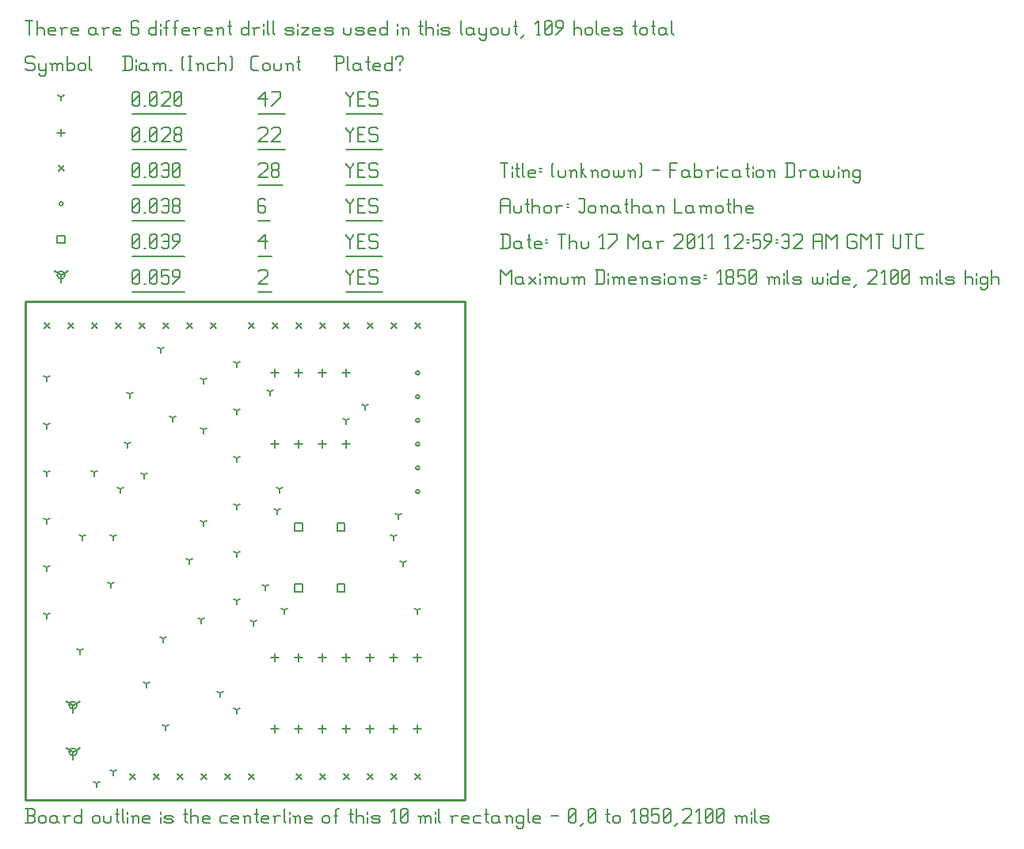
<source format=gbr>
G04 start of page 10 for group -3984 idx -3984 *
G04 Title: (unknown), fab *
G04 Creator: pcb 20091103 *
G04 CreationDate: Thu 17 Mar 2011 12:59:32 AM GMT UTC *
G04 For: jlamothe *
G04 Format: Gerber/RS-274X *
G04 PCB-Dimensions: 185000 210000 *
G04 PCB-Coordinate-Origin: lower left *
%MOIN*%
%FSLAX25Y25*%
%LNFAB*%
%ADD11C,0.0200*%
%ADD12C,0.0100*%
%ADD34R,0.0080X0.0080*%
%ADD35C,0.0060*%
G54D34*X20000Y40000D02*Y36800D01*
G54D11*G36*
X19453Y40147D02*X22919Y42147D01*
X23319Y41454D01*
X19853Y39454D01*
X19453Y40147D01*
G37*
G36*
X20146Y39454D02*X16680Y41454D01*
X17080Y42147D01*
X20546Y40147D01*
X20146Y39454D01*
G37*
G54D34*X18400Y40000D02*G75*G03X21600Y40000I1600J0D01*G01*
G75*G03X18400Y40000I-1600J0D01*G01*
X20000Y20315D02*Y17115D01*
G54D11*G36*
X19453Y20462D02*X22919Y22462D01*
X23319Y21769D01*
X19853Y19769D01*
X19453Y20462D01*
G37*
G36*
X20146Y19769D02*X16680Y21769D01*
X17080Y22462D01*
X20546Y20462D01*
X20146Y19769D01*
G37*
G54D34*X18400Y20315D02*G75*G03X21600Y20315I1600J0D01*G01*
G75*G03X18400Y20315I-1600J0D01*G01*
X15000Y221250D02*Y218050D01*
G54D11*G36*
X14453Y221396D02*X17919Y223396D01*
X18319Y222703D01*
X14853Y220703D01*
X14453Y221396D01*
G37*
G36*
X15146Y220703D02*X11680Y222703D01*
X12080Y223396D01*
X15546Y221396D01*
X15146Y220703D01*
G37*
G54D34*X13400Y221250D02*G75*G03X16600Y221250I1600J0D01*G01*
G75*G03X13400Y221250I-1600J0D01*G01*
G54D35*X135000Y223500D02*Y222750D01*
X136500Y221250D01*
X138000Y222750D01*
Y223500D02*Y222750D01*
X136500Y221250D02*Y217500D01*
X139801Y220500D02*X142051D01*
X139801Y217500D02*X142801D01*
X139801Y223500D02*Y217500D01*
Y223500D02*X142801D01*
X147603D02*X148353Y222750D01*
X145353Y223500D02*X147603D01*
X144603Y222750D02*X145353Y223500D01*
X144603Y222750D02*Y221250D01*
X145353Y220500D01*
X147603D01*
X148353Y219750D01*
Y218250D01*
X147603Y217500D02*X148353Y218250D01*
X145353Y217500D02*X147603D01*
X144603Y218250D02*X145353Y217500D01*
X135000Y214249D02*X150154D01*
X98000Y222750D02*X98750Y223500D01*
X101000D01*
X101750Y222750D01*
Y221250D01*
X98000Y217500D02*X101750Y221250D01*
X98000Y217500D02*X101750D01*
X98000Y214249D02*X103551D01*
X45000Y218250D02*X45750Y217500D01*
X45000Y222750D02*Y218250D01*
Y222750D02*X45750Y223500D01*
X47250D01*
X48000Y222750D01*
Y218250D01*
X47250Y217500D02*X48000Y218250D01*
X45750Y217500D02*X47250D01*
X45000Y219000D02*X48000Y222000D01*
X49801Y217500D02*X50551D01*
X52353Y218250D02*X53103Y217500D01*
X52353Y222750D02*Y218250D01*
Y222750D02*X53103Y223500D01*
X54603D01*
X55353Y222750D01*
Y218250D01*
X54603Y217500D02*X55353Y218250D01*
X53103Y217500D02*X54603D01*
X52353Y219000D02*X55353Y222000D01*
X57154Y223500D02*X60154D01*
X57154D02*Y220500D01*
X57904Y221250D01*
X59404D01*
X60154Y220500D01*
Y218250D01*
X59404Y217500D02*X60154Y218250D01*
X57904Y217500D02*X59404D01*
X57154Y218250D02*X57904Y217500D01*
X61956D02*X64956Y220500D01*
Y222750D02*Y220500D01*
X64206Y223500D02*X64956Y222750D01*
X62706Y223500D02*X64206D01*
X61956Y222750D02*X62706Y223500D01*
X61956Y222750D02*Y221250D01*
X62706Y220500D01*
X64956D01*
X45000Y214249D02*X66757D01*
X113400Y91010D02*X116600D01*
X113400D02*Y87810D01*
X116600D01*
Y91010D02*Y87810D01*
X113400Y116600D02*X116600D01*
X113400D02*Y113400D01*
X116600D01*
Y116600D02*Y113400D01*
X131117Y116600D02*X134317D01*
X131117D02*Y113400D01*
X134317D01*
Y116600D02*Y113400D01*
X131117Y91010D02*X134317D01*
X131117D02*Y87810D01*
X134317D01*
Y91010D02*Y87810D01*
X13400Y237850D02*X16600D01*
X13400D02*Y234650D01*
X16600D01*
Y237850D02*Y234650D01*
X135000Y238500D02*Y237750D01*
X136500Y236250D01*
X138000Y237750D01*
Y238500D02*Y237750D01*
X136500Y236250D02*Y232500D01*
X139801Y235500D02*X142051D01*
X139801Y232500D02*X142801D01*
X139801Y238500D02*Y232500D01*
Y238500D02*X142801D01*
X147603D02*X148353Y237750D01*
X145353Y238500D02*X147603D01*
X144603Y237750D02*X145353Y238500D01*
X144603Y237750D02*Y236250D01*
X145353Y235500D01*
X147603D01*
X148353Y234750D01*
Y233250D01*
X147603Y232500D02*X148353Y233250D01*
X145353Y232500D02*X147603D01*
X144603Y233250D02*X145353Y232500D01*
X135000Y229249D02*X150154D01*
X98000Y235500D02*X101000Y238500D01*
X98000Y235500D02*X101750D01*
X101000Y238500D02*Y232500D01*
X98000Y229249D02*X103551D01*
X45000Y233250D02*X45750Y232500D01*
X45000Y237750D02*Y233250D01*
Y237750D02*X45750Y238500D01*
X47250D01*
X48000Y237750D01*
Y233250D01*
X47250Y232500D02*X48000Y233250D01*
X45750Y232500D02*X47250D01*
X45000Y234000D02*X48000Y237000D01*
X49801Y232500D02*X50551D01*
X52353Y233250D02*X53103Y232500D01*
X52353Y237750D02*Y233250D01*
Y237750D02*X53103Y238500D01*
X54603D01*
X55353Y237750D01*
Y233250D01*
X54603Y232500D02*X55353Y233250D01*
X53103Y232500D02*X54603D01*
X52353Y234000D02*X55353Y237000D01*
X57154Y237750D02*X57904Y238500D01*
X59404D01*
X60154Y237750D01*
Y233250D01*
X59404Y232500D02*X60154Y233250D01*
X57904Y232500D02*X59404D01*
X57154Y233250D02*X57904Y232500D01*
Y235500D02*X60154D01*
X61956Y232500D02*X64956Y235500D01*
Y237750D02*Y235500D01*
X64206Y238500D02*X64956Y237750D01*
X62706Y238500D02*X64206D01*
X61956Y237750D02*X62706Y238500D01*
X61956Y237750D02*Y236250D01*
X62706Y235500D01*
X64956D01*
X45000Y229249D02*X66757D01*
X164200Y180000D02*G75*G03X165800Y180000I800J0D01*G01*
G75*G03X164200Y180000I-800J0D01*G01*
Y170000D02*G75*G03X165800Y170000I800J0D01*G01*
G75*G03X164200Y170000I-800J0D01*G01*
Y160000D02*G75*G03X165800Y160000I800J0D01*G01*
G75*G03X164200Y160000I-800J0D01*G01*
Y150000D02*G75*G03X165800Y150000I800J0D01*G01*
G75*G03X164200Y150000I-800J0D01*G01*
Y140000D02*G75*G03X165800Y140000I800J0D01*G01*
G75*G03X164200Y140000I-800J0D01*G01*
Y130000D02*G75*G03X165800Y130000I800J0D01*G01*
G75*G03X164200Y130000I-800J0D01*G01*
X14200Y251250D02*G75*G03X15800Y251250I800J0D01*G01*
G75*G03X14200Y251250I-800J0D01*G01*
X135000Y253500D02*Y252750D01*
X136500Y251250D01*
X138000Y252750D01*
Y253500D02*Y252750D01*
X136500Y251250D02*Y247500D01*
X139801Y250500D02*X142051D01*
X139801Y247500D02*X142801D01*
X139801Y253500D02*Y247500D01*
Y253500D02*X142801D01*
X147603D02*X148353Y252750D01*
X145353Y253500D02*X147603D01*
X144603Y252750D02*X145353Y253500D01*
X144603Y252750D02*Y251250D01*
X145353Y250500D01*
X147603D01*
X148353Y249750D01*
Y248250D01*
X147603Y247500D02*X148353Y248250D01*
X145353Y247500D02*X147603D01*
X144603Y248250D02*X145353Y247500D01*
X135000Y244249D02*X150154D01*
X100250Y253500D02*X101000Y252750D01*
X98750Y253500D02*X100250D01*
X98000Y252750D02*X98750Y253500D01*
X98000Y252750D02*Y248250D01*
X98750Y247500D01*
X100250Y250500D02*X101000Y249750D01*
X98000Y250500D02*X100250D01*
X98750Y247500D02*X100250D01*
X101000Y248250D01*
Y249750D02*Y248250D01*
X98000Y244249D02*X102801D01*
X45000Y248250D02*X45750Y247500D01*
X45000Y252750D02*Y248250D01*
Y252750D02*X45750Y253500D01*
X47250D01*
X48000Y252750D01*
Y248250D01*
X47250Y247500D02*X48000Y248250D01*
X45750Y247500D02*X47250D01*
X45000Y249000D02*X48000Y252000D01*
X49801Y247500D02*X50551D01*
X52353Y248250D02*X53103Y247500D01*
X52353Y252750D02*Y248250D01*
Y252750D02*X53103Y253500D01*
X54603D01*
X55353Y252750D01*
Y248250D01*
X54603Y247500D02*X55353Y248250D01*
X53103Y247500D02*X54603D01*
X52353Y249000D02*X55353Y252000D01*
X57154Y252750D02*X57904Y253500D01*
X59404D01*
X60154Y252750D01*
Y248250D01*
X59404Y247500D02*X60154Y248250D01*
X57904Y247500D02*X59404D01*
X57154Y248250D02*X57904Y247500D01*
Y250500D02*X60154D01*
X61956Y248250D02*X62706Y247500D01*
X61956Y249750D02*Y248250D01*
Y249750D02*X62706Y250500D01*
X64206D01*
X64956Y249750D01*
Y248250D01*
X64206Y247500D02*X64956Y248250D01*
X62706Y247500D02*X64206D01*
X61956Y251250D02*X62706Y250500D01*
X61956Y252750D02*Y251250D01*
Y252750D02*X62706Y253500D01*
X64206D01*
X64956Y252750D01*
Y251250D01*
X64206Y250500D02*X64956Y251250D01*
X45000Y244249D02*X66757D01*
X163800Y11200D02*X166200Y8800D01*
X163800D02*X166200Y11200D01*
X153800D02*X156200Y8800D01*
X153800D02*X156200Y11200D01*
X143800D02*X146200Y8800D01*
X143800D02*X146200Y11200D01*
X133800D02*X136200Y8800D01*
X133800D02*X136200Y11200D01*
X123800D02*X126200Y8800D01*
X123800D02*X126200Y11200D01*
X113800D02*X116200Y8800D01*
X113800D02*X116200Y11200D01*
X93800D02*X96200Y8800D01*
X93800D02*X96200Y11200D01*
X83800D02*X86200Y8800D01*
X83800D02*X86200Y11200D01*
X73800D02*X76200Y8800D01*
X73800D02*X76200Y11200D01*
X63800D02*X66200Y8800D01*
X63800D02*X66200Y11200D01*
X53800D02*X56200Y8800D01*
X53800D02*X56200Y11200D01*
X43800D02*X46200Y8800D01*
X43800D02*X46200Y11200D01*
X163800Y201200D02*X166200Y198800D01*
X163800D02*X166200Y201200D01*
X153800D02*X156200Y198800D01*
X153800D02*X156200Y201200D01*
X143800D02*X146200Y198800D01*
X143800D02*X146200Y201200D01*
X133800D02*X136200Y198800D01*
X133800D02*X136200Y201200D01*
X123800D02*X126200Y198800D01*
X123800D02*X126200Y201200D01*
X113800D02*X116200Y198800D01*
X113800D02*X116200Y201200D01*
X103800D02*X106200Y198800D01*
X103800D02*X106200Y201200D01*
X93800D02*X96200Y198800D01*
X93800D02*X96200Y201200D01*
X77800D02*X80200Y198800D01*
X77800D02*X80200Y201200D01*
X67800D02*X70200Y198800D01*
X67800D02*X70200Y201200D01*
X57800D02*X60200Y198800D01*
X57800D02*X60200Y201200D01*
X47800D02*X50200Y198800D01*
X47800D02*X50200Y201200D01*
X37800D02*X40200Y198800D01*
X37800D02*X40200Y201200D01*
X27800D02*X30200Y198800D01*
X27800D02*X30200Y201200D01*
X17800D02*X20200Y198800D01*
X17800D02*X20200Y201200D01*
X7800D02*X10200Y198800D01*
X7800D02*X10200Y201200D01*
X13800Y267450D02*X16200Y265050D01*
X13800D02*X16200Y267450D01*
X135000Y268500D02*Y267750D01*
X136500Y266250D01*
X138000Y267750D01*
Y268500D02*Y267750D01*
X136500Y266250D02*Y262500D01*
X139801Y265500D02*X142051D01*
X139801Y262500D02*X142801D01*
X139801Y268500D02*Y262500D01*
Y268500D02*X142801D01*
X147603D02*X148353Y267750D01*
X145353Y268500D02*X147603D01*
X144603Y267750D02*X145353Y268500D01*
X144603Y267750D02*Y266250D01*
X145353Y265500D01*
X147603D01*
X148353Y264750D01*
Y263250D01*
X147603Y262500D02*X148353Y263250D01*
X145353Y262500D02*X147603D01*
X144603Y263250D02*X145353Y262500D01*
X135000Y259249D02*X150154D01*
X98000Y267750D02*X98750Y268500D01*
X101000D01*
X101750Y267750D01*
Y266250D01*
X98000Y262500D02*X101750Y266250D01*
X98000Y262500D02*X101750D01*
X103551Y263250D02*X104301Y262500D01*
X103551Y264750D02*Y263250D01*
Y264750D02*X104301Y265500D01*
X105801D01*
X106551Y264750D01*
Y263250D01*
X105801Y262500D02*X106551Y263250D01*
X104301Y262500D02*X105801D01*
X103551Y266250D02*X104301Y265500D01*
X103551Y267750D02*Y266250D01*
Y267750D02*X104301Y268500D01*
X105801D01*
X106551Y267750D01*
Y266250D01*
X105801Y265500D02*X106551Y266250D01*
X98000Y259249D02*X108353D01*
X45000Y263250D02*X45750Y262500D01*
X45000Y267750D02*Y263250D01*
Y267750D02*X45750Y268500D01*
X47250D01*
X48000Y267750D01*
Y263250D01*
X47250Y262500D02*X48000Y263250D01*
X45750Y262500D02*X47250D01*
X45000Y264000D02*X48000Y267000D01*
X49801Y262500D02*X50551D01*
X52353Y263250D02*X53103Y262500D01*
X52353Y267750D02*Y263250D01*
Y267750D02*X53103Y268500D01*
X54603D01*
X55353Y267750D01*
Y263250D01*
X54603Y262500D02*X55353Y263250D01*
X53103Y262500D02*X54603D01*
X52353Y264000D02*X55353Y267000D01*
X57154Y267750D02*X57904Y268500D01*
X59404D01*
X60154Y267750D01*
Y263250D01*
X59404Y262500D02*X60154Y263250D01*
X57904Y262500D02*X59404D01*
X57154Y263250D02*X57904Y262500D01*
Y265500D02*X60154D01*
X61956Y263250D02*X62706Y262500D01*
X61956Y267750D02*Y263250D01*
Y267750D02*X62706Y268500D01*
X64206D01*
X64956Y267750D01*
Y263250D01*
X64206Y262500D02*X64956Y263250D01*
X62706Y262500D02*X64206D01*
X61956Y264000D02*X64956Y267000D01*
X45000Y259249D02*X66757D01*
X105000Y31600D02*Y28400D01*
X103400Y30000D02*X106600D01*
X115000Y31600D02*Y28400D01*
X113400Y30000D02*X116600D01*
X125000Y31600D02*Y28400D01*
X123400Y30000D02*X126600D01*
X135000Y31600D02*Y28400D01*
X133400Y30000D02*X136600D01*
X145000Y31600D02*Y28400D01*
X143400Y30000D02*X146600D01*
X155000Y31600D02*Y28400D01*
X153400Y30000D02*X156600D01*
X165000Y31600D02*Y28400D01*
X163400Y30000D02*X166600D01*
X165000Y61600D02*Y58400D01*
X163400Y60000D02*X166600D01*
X155000Y61600D02*Y58400D01*
X153400Y60000D02*X156600D01*
X145000Y61600D02*Y58400D01*
X143400Y60000D02*X146600D01*
X135000Y61600D02*Y58400D01*
X133400Y60000D02*X136600D01*
X125000Y61600D02*Y58400D01*
X123400Y60000D02*X126600D01*
X115000Y61600D02*Y58400D01*
X113400Y60000D02*X116600D01*
X105000Y61600D02*Y58400D01*
X103400Y60000D02*X106600D01*
X105000Y151600D02*Y148400D01*
X103400Y150000D02*X106600D01*
X115000Y151600D02*Y148400D01*
X113400Y150000D02*X116600D01*
X125000Y151600D02*Y148400D01*
X123400Y150000D02*X126600D01*
X135000Y151600D02*Y148400D01*
X133400Y150000D02*X136600D01*
X135000Y181600D02*Y178400D01*
X133400Y180000D02*X136600D01*
X125000Y181600D02*Y178400D01*
X123400Y180000D02*X126600D01*
X115000Y181600D02*Y178400D01*
X113400Y180000D02*X116600D01*
X105000Y181600D02*Y178400D01*
X103400Y180000D02*X106600D01*
X15000Y282850D02*Y279650D01*
X13400Y281250D02*X16600D01*
X135000Y283500D02*Y282750D01*
X136500Y281250D01*
X138000Y282750D01*
Y283500D02*Y282750D01*
X136500Y281250D02*Y277500D01*
X139801Y280500D02*X142051D01*
X139801Y277500D02*X142801D01*
X139801Y283500D02*Y277500D01*
Y283500D02*X142801D01*
X147603D02*X148353Y282750D01*
X145353Y283500D02*X147603D01*
X144603Y282750D02*X145353Y283500D01*
X144603Y282750D02*Y281250D01*
X145353Y280500D01*
X147603D01*
X148353Y279750D01*
Y278250D01*
X147603Y277500D02*X148353Y278250D01*
X145353Y277500D02*X147603D01*
X144603Y278250D02*X145353Y277500D01*
X135000Y274249D02*X150154D01*
X98000Y282750D02*X98750Y283500D01*
X101000D01*
X101750Y282750D01*
Y281250D01*
X98000Y277500D02*X101750Y281250D01*
X98000Y277500D02*X101750D01*
X103551Y282750D02*X104301Y283500D01*
X106551D01*
X107301Y282750D01*
Y281250D01*
X103551Y277500D02*X107301Y281250D01*
X103551Y277500D02*X107301D01*
X98000Y274249D02*X109103D01*
X45000Y278250D02*X45750Y277500D01*
X45000Y282750D02*Y278250D01*
Y282750D02*X45750Y283500D01*
X47250D01*
X48000Y282750D01*
Y278250D01*
X47250Y277500D02*X48000Y278250D01*
X45750Y277500D02*X47250D01*
X45000Y279000D02*X48000Y282000D01*
X49801Y277500D02*X50551D01*
X52353Y278250D02*X53103Y277500D01*
X52353Y282750D02*Y278250D01*
Y282750D02*X53103Y283500D01*
X54603D01*
X55353Y282750D01*
Y278250D01*
X54603Y277500D02*X55353Y278250D01*
X53103Y277500D02*X54603D01*
X52353Y279000D02*X55353Y282000D01*
X57154Y282750D02*X57904Y283500D01*
X60154D01*
X60904Y282750D01*
Y281250D01*
X57154Y277500D02*X60904Y281250D01*
X57154Y277500D02*X60904D01*
X62706Y278250D02*X63456Y277500D01*
X62706Y279750D02*Y278250D01*
Y279750D02*X63456Y280500D01*
X64956D01*
X65706Y279750D01*
Y278250D01*
X64956Y277500D02*X65706Y278250D01*
X63456Y277500D02*X64956D01*
X62706Y281250D02*X63456Y280500D01*
X62706Y282750D02*Y281250D01*
Y282750D02*X63456Y283500D01*
X64956D01*
X65706Y282750D01*
Y281250D01*
X64956Y280500D02*X65706Y281250D01*
X45000Y274249D02*X67507D01*
X9000Y178000D02*Y176400D01*
Y178000D02*X10386Y178800D01*
X9000Y178000D02*X7614Y178800D01*
X9000Y158000D02*Y156400D01*
Y158000D02*X10386Y158800D01*
X9000Y158000D02*X7614Y158800D01*
X9000Y138000D02*Y136400D01*
Y138000D02*X10386Y138800D01*
X9000Y138000D02*X7614Y138800D01*
X9000Y118000D02*Y116400D01*
Y118000D02*X10386Y118800D01*
X9000Y118000D02*X7614Y118800D01*
X9000Y98000D02*Y96400D01*
Y98000D02*X10386Y98800D01*
X9000Y98000D02*X7614Y98800D01*
X9000Y78000D02*Y76400D01*
Y78000D02*X10386Y78800D01*
X9000Y78000D02*X7614Y78800D01*
X89000Y184000D02*Y182400D01*
Y184000D02*X90386Y184800D01*
X89000Y184000D02*X87614Y184800D01*
X89000Y164000D02*Y162400D01*
Y164000D02*X90386Y164800D01*
X89000Y164000D02*X87614Y164800D01*
X89000Y144000D02*Y142400D01*
Y144000D02*X90386Y144800D01*
X89000Y144000D02*X87614Y144800D01*
X89000Y124000D02*Y122400D01*
Y124000D02*X90386Y124800D01*
X89000Y124000D02*X87614Y124800D01*
X89000Y104000D02*Y102400D01*
Y104000D02*X90386Y104800D01*
X89000Y104000D02*X87614Y104800D01*
X89000Y84000D02*Y82400D01*
Y84000D02*X90386Y84800D01*
X89000Y84000D02*X87614Y84800D01*
X143000Y166000D02*Y164400D01*
Y166000D02*X144386Y166800D01*
X143000Y166000D02*X141614Y166800D01*
X75000Y177000D02*Y175400D01*
Y177000D02*X76386Y177800D01*
X75000Y177000D02*X73614Y177800D01*
X103000Y172000D02*Y170400D01*
Y172000D02*X104386Y172800D01*
X103000Y172000D02*X101614Y172800D01*
X75000Y156000D02*Y154400D01*
Y156000D02*X76386Y156800D01*
X75000Y156000D02*X73614Y156800D01*
X135000Y160000D02*Y158400D01*
Y160000D02*X136386Y160800D01*
X135000Y160000D02*X133614Y160800D01*
X40000Y131000D02*Y129400D01*
Y131000D02*X41386Y131800D01*
X40000Y131000D02*X38614Y131800D01*
X107000Y131000D02*Y129400D01*
Y131000D02*X108386Y131800D01*
X107000Y131000D02*X105614Y131800D01*
X157000Y120000D02*Y118400D01*
Y120000D02*X158386Y120800D01*
X157000Y120000D02*X155614Y120800D01*
X165000Y80000D02*Y78400D01*
Y80000D02*X166386Y80800D01*
X165000Y80000D02*X163614Y80800D01*
X37000Y111000D02*Y109400D01*
Y111000D02*X38386Y111800D01*
X37000Y111000D02*X35614Y111800D01*
X106000Y122000D02*Y120400D01*
Y122000D02*X107386Y122800D01*
X106000Y122000D02*X104614Y122800D01*
X155000Y111000D02*Y109400D01*
Y111000D02*X156386Y111800D01*
X155000Y111000D02*X153614Y111800D01*
X36000Y91000D02*Y89400D01*
Y91000D02*X37386Y91800D01*
X36000Y91000D02*X34614Y91800D01*
X58000Y68000D02*Y66400D01*
Y68000D02*X59386Y68800D01*
X58000Y68000D02*X56614Y68800D01*
X159000Y100000D02*Y98400D01*
Y100000D02*X160386Y100800D01*
X159000Y100000D02*X157614Y100800D01*
X59000Y31000D02*Y29400D01*
Y31000D02*X60386Y31800D01*
X59000Y31000D02*X57614Y31800D01*
X96000Y75000D02*Y73400D01*
Y75000D02*X97386Y75800D01*
X96000Y75000D02*X94614Y75800D01*
X62000Y161000D02*Y159400D01*
Y161000D02*X63386Y161800D01*
X62000Y161000D02*X60614Y161800D01*
X43000Y150000D02*Y148400D01*
Y150000D02*X44386Y150800D01*
X43000Y150000D02*X41614Y150800D01*
X57000Y190000D02*Y188400D01*
Y190000D02*X58386Y190800D01*
X57000Y190000D02*X55614Y190800D01*
X44000Y171000D02*Y169400D01*
Y171000D02*X45386Y171800D01*
X44000Y171000D02*X42614Y171800D01*
X51000Y49000D02*Y47400D01*
Y49000D02*X52386Y49800D01*
X51000Y49000D02*X49614Y49800D01*
X74000Y76000D02*Y74400D01*
Y76000D02*X75386Y76800D01*
X74000Y76000D02*X72614Y76800D01*
X82000Y45000D02*Y43400D01*
Y45000D02*X83386Y45800D01*
X82000Y45000D02*X80614Y45800D01*
X89000Y38000D02*Y36400D01*
Y38000D02*X90386Y38800D01*
X89000Y38000D02*X87614Y38800D01*
X69000Y101000D02*Y99400D01*
Y101000D02*X70386Y101800D01*
X69000Y101000D02*X67614Y101800D01*
X101000Y90000D02*Y88400D01*
Y90000D02*X102386Y90800D01*
X101000Y90000D02*X99614Y90800D01*
X109000Y80000D02*Y78400D01*
Y80000D02*X110386Y80800D01*
X109000Y80000D02*X107614Y80800D01*
X30000Y7000D02*Y5400D01*
Y7000D02*X31386Y7800D01*
X30000Y7000D02*X28614Y7800D01*
X75000Y117000D02*Y115400D01*
Y117000D02*X76386Y117800D01*
X75000Y117000D02*X73614Y117800D01*
X23000Y63000D02*Y61400D01*
Y63000D02*X24386Y63800D01*
X23000Y63000D02*X21614Y63800D01*
X24000Y111000D02*Y109400D01*
Y111000D02*X25386Y111800D01*
X24000Y111000D02*X22614Y111800D01*
X37000Y12000D02*Y10400D01*
Y12000D02*X38386Y12800D01*
X37000Y12000D02*X35614Y12800D01*
X50000Y137000D02*Y135400D01*
Y137000D02*X51386Y137800D01*
X50000Y137000D02*X48614Y137800D01*
X29000Y138000D02*Y136400D01*
Y138000D02*X30386Y138800D01*
X29000Y138000D02*X27614Y138800D01*
X15000Y296250D02*Y294650D01*
Y296250D02*X16386Y297050D01*
X15000Y296250D02*X13614Y297050D01*
X135000Y298500D02*Y297750D01*
X136500Y296250D01*
X138000Y297750D01*
Y298500D02*Y297750D01*
X136500Y296250D02*Y292500D01*
X139801Y295500D02*X142051D01*
X139801Y292500D02*X142801D01*
X139801Y298500D02*Y292500D01*
Y298500D02*X142801D01*
X147603D02*X148353Y297750D01*
X145353Y298500D02*X147603D01*
X144603Y297750D02*X145353Y298500D01*
X144603Y297750D02*Y296250D01*
X145353Y295500D01*
X147603D01*
X148353Y294750D01*
Y293250D01*
X147603Y292500D02*X148353Y293250D01*
X145353Y292500D02*X147603D01*
X144603Y293250D02*X145353Y292500D01*
X135000Y289249D02*X150154D01*
X98000Y295500D02*X101000Y298500D01*
X98000Y295500D02*X101750D01*
X101000Y298500D02*Y292500D01*
X103551D02*X107301Y296250D01*
Y298500D02*Y296250D01*
X103551Y298500D02*X107301D01*
X98000Y289249D02*X109103D01*
X45000Y293250D02*X45750Y292500D01*
X45000Y297750D02*Y293250D01*
Y297750D02*X45750Y298500D01*
X47250D01*
X48000Y297750D01*
Y293250D01*
X47250Y292500D02*X48000Y293250D01*
X45750Y292500D02*X47250D01*
X45000Y294000D02*X48000Y297000D01*
X49801Y292500D02*X50551D01*
X52353Y293250D02*X53103Y292500D01*
X52353Y297750D02*Y293250D01*
Y297750D02*X53103Y298500D01*
X54603D01*
X55353Y297750D01*
Y293250D01*
X54603Y292500D02*X55353Y293250D01*
X53103Y292500D02*X54603D01*
X52353Y294000D02*X55353Y297000D01*
X57154Y297750D02*X57904Y298500D01*
X60154D01*
X60904Y297750D01*
Y296250D01*
X57154Y292500D02*X60904Y296250D01*
X57154Y292500D02*X60904D01*
X62706Y293250D02*X63456Y292500D01*
X62706Y297750D02*Y293250D01*
Y297750D02*X63456Y298500D01*
X64956D01*
X65706Y297750D01*
Y293250D01*
X64956Y292500D02*X65706Y293250D01*
X63456Y292500D02*X64956D01*
X62706Y294000D02*X65706Y297000D01*
X45000Y289249D02*X67507D01*
X3000Y313500D02*X3750Y312750D01*
X750Y313500D02*X3000D01*
X0Y312750D02*X750Y313500D01*
X0Y312750D02*Y311250D01*
X750Y310500D01*
X3000D01*
X3750Y309750D01*
Y308250D01*
X3000Y307500D02*X3750Y308250D01*
X750Y307500D02*X3000D01*
X0Y308250D02*X750Y307500D01*
X5551Y310500D02*Y308250D01*
X6301Y307500D01*
X8551Y310500D02*Y306000D01*
X7801Y305250D02*X8551Y306000D01*
X6301Y305250D02*X7801D01*
X5551Y306000D02*X6301Y305250D01*
Y307500D02*X7801D01*
X8551Y308250D01*
X11103Y309750D02*Y307500D01*
Y309750D02*X11853Y310500D01*
X12603D01*
X13353Y309750D01*
Y307500D01*
Y309750D02*X14103Y310500D01*
X14853D01*
X15603Y309750D01*
Y307500D01*
X10353Y310500D02*X11103Y309750D01*
X17404Y313500D02*Y307500D01*
Y308250D02*X18154Y307500D01*
X19654D01*
X20404Y308250D01*
Y309750D02*Y308250D01*
X19654Y310500D02*X20404Y309750D01*
X18154Y310500D02*X19654D01*
X17404Y309750D02*X18154Y310500D01*
X22206Y309750D02*Y308250D01*
Y309750D02*X22956Y310500D01*
X24456D01*
X25206Y309750D01*
Y308250D01*
X24456Y307500D02*X25206Y308250D01*
X22956Y307500D02*X24456D01*
X22206Y308250D02*X22956Y307500D01*
X27007Y313500D02*Y308250D01*
X27757Y307500D01*
X41750Y313500D02*Y307500D01*
X44000Y313500D02*X44750Y312750D01*
Y308250D01*
X44000Y307500D02*X44750Y308250D01*
X41000Y307500D02*X44000D01*
X41000Y313500D02*X44000D01*
X46551Y312000D02*Y311250D01*
Y309750D02*Y307500D01*
X50303Y310500D02*X51053Y309750D01*
X48803Y310500D02*X50303D01*
X48053Y309750D02*X48803Y310500D01*
X48053Y309750D02*Y308250D01*
X48803Y307500D01*
X51053Y310500D02*Y308250D01*
X51803Y307500D01*
X48803D02*X50303D01*
X51053Y308250D01*
X54354Y309750D02*Y307500D01*
Y309750D02*X55104Y310500D01*
X55854D01*
X56604Y309750D01*
Y307500D01*
Y309750D02*X57354Y310500D01*
X58104D01*
X58854Y309750D01*
Y307500D01*
X53604Y310500D02*X54354Y309750D01*
X60656Y307500D02*X61406D01*
X65907Y308250D02*X66657Y307500D01*
X65907Y312750D02*X66657Y313500D01*
X65907Y312750D02*Y308250D01*
X68459Y313500D02*X69959D01*
X69209D02*Y307500D01*
X68459D02*X69959D01*
X72510Y309750D02*Y307500D01*
Y309750D02*X73260Y310500D01*
X74010D01*
X74760Y309750D01*
Y307500D01*
X71760Y310500D02*X72510Y309750D01*
X77312Y310500D02*X79562D01*
X76562Y309750D02*X77312Y310500D01*
X76562Y309750D02*Y308250D01*
X77312Y307500D01*
X79562D01*
X81363Y313500D02*Y307500D01*
Y309750D02*X82113Y310500D01*
X83613D01*
X84363Y309750D01*
Y307500D01*
X86165Y313500D02*X86915Y312750D01*
Y308250D01*
X86165Y307500D02*X86915Y308250D01*
X95750Y307500D02*X98000D01*
X95000Y308250D02*X95750Y307500D01*
X95000Y312750D02*Y308250D01*
Y312750D02*X95750Y313500D01*
X98000D01*
X99801Y309750D02*Y308250D01*
Y309750D02*X100551Y310500D01*
X102051D01*
X102801Y309750D01*
Y308250D01*
X102051Y307500D02*X102801Y308250D01*
X100551Y307500D02*X102051D01*
X99801Y308250D02*X100551Y307500D01*
X104603Y310500D02*Y308250D01*
X105353Y307500D01*
X106853D01*
X107603Y308250D01*
Y310500D02*Y308250D01*
X110154Y309750D02*Y307500D01*
Y309750D02*X110904Y310500D01*
X111654D01*
X112404Y309750D01*
Y307500D01*
X109404Y310500D02*X110154Y309750D01*
X114956Y313500D02*Y308250D01*
X115706Y307500D01*
X114206Y311250D02*X115706D01*
X130750Y313500D02*Y307500D01*
X130000Y313500D02*X133000D01*
X133750Y312750D01*
Y311250D01*
X133000Y310500D02*X133750Y311250D01*
X130750Y310500D02*X133000D01*
X135551Y313500D02*Y308250D01*
X136301Y307500D01*
X140053Y310500D02*X140803Y309750D01*
X138553Y310500D02*X140053D01*
X137803Y309750D02*X138553Y310500D01*
X137803Y309750D02*Y308250D01*
X138553Y307500D01*
X140803Y310500D02*Y308250D01*
X141553Y307500D01*
X138553D02*X140053D01*
X140803Y308250D01*
X144104Y313500D02*Y308250D01*
X144854Y307500D01*
X143354Y311250D02*X144854D01*
X147106Y307500D02*X149356D01*
X146356Y308250D02*X147106Y307500D01*
X146356Y309750D02*Y308250D01*
Y309750D02*X147106Y310500D01*
X148606D01*
X149356Y309750D01*
X146356Y309000D02*X149356D01*
Y309750D02*Y309000D01*
X154157Y313500D02*Y307500D01*
X153407D02*X154157Y308250D01*
X151907Y307500D02*X153407D01*
X151157Y308250D02*X151907Y307500D01*
X151157Y309750D02*Y308250D01*
Y309750D02*X151907Y310500D01*
X153407D01*
X154157Y309750D01*
X157459Y310500D02*Y309750D01*
Y308250D02*Y307500D01*
X155959Y312750D02*Y312000D01*
Y312750D02*X156709Y313500D01*
X158209D01*
X158959Y312750D01*
Y312000D01*
X157459Y310500D02*X158959Y312000D01*
X0Y328500D02*X3000D01*
X1500D02*Y322500D01*
X4801Y328500D02*Y322500D01*
Y324750D02*X5551Y325500D01*
X7051D01*
X7801Y324750D01*
Y322500D01*
X10353D02*X12603D01*
X9603Y323250D02*X10353Y322500D01*
X9603Y324750D02*Y323250D01*
Y324750D02*X10353Y325500D01*
X11853D01*
X12603Y324750D01*
X9603Y324000D02*X12603D01*
Y324750D02*Y324000D01*
X15154Y324750D02*Y322500D01*
Y324750D02*X15904Y325500D01*
X17404D01*
X14404D02*X15154Y324750D01*
X19956Y322500D02*X22206D01*
X19206Y323250D02*X19956Y322500D01*
X19206Y324750D02*Y323250D01*
Y324750D02*X19956Y325500D01*
X21456D01*
X22206Y324750D01*
X19206Y324000D02*X22206D01*
Y324750D02*Y324000D01*
X28957Y325500D02*X29707Y324750D01*
X27457Y325500D02*X28957D01*
X26707Y324750D02*X27457Y325500D01*
X26707Y324750D02*Y323250D01*
X27457Y322500D01*
X29707Y325500D02*Y323250D01*
X30457Y322500D01*
X27457D02*X28957D01*
X29707Y323250D01*
X33009Y324750D02*Y322500D01*
Y324750D02*X33759Y325500D01*
X35259D01*
X32259D02*X33009Y324750D01*
X37810Y322500D02*X40060D01*
X37060Y323250D02*X37810Y322500D01*
X37060Y324750D02*Y323250D01*
Y324750D02*X37810Y325500D01*
X39310D01*
X40060Y324750D01*
X37060Y324000D02*X40060D01*
Y324750D02*Y324000D01*
X46812Y328500D02*X47562Y327750D01*
X45312Y328500D02*X46812D01*
X44562Y327750D02*X45312Y328500D01*
X44562Y327750D02*Y323250D01*
X45312Y322500D01*
X46812Y325500D02*X47562Y324750D01*
X44562Y325500D02*X46812D01*
X45312Y322500D02*X46812D01*
X47562Y323250D01*
Y324750D02*Y323250D01*
X55063Y328500D02*Y322500D01*
X54313D02*X55063Y323250D01*
X52813Y322500D02*X54313D01*
X52063Y323250D02*X52813Y322500D01*
X52063Y324750D02*Y323250D01*
Y324750D02*X52813Y325500D01*
X54313D01*
X55063Y324750D01*
X56865Y327000D02*Y326250D01*
Y324750D02*Y322500D01*
X59116Y327750D02*Y322500D01*
Y327750D02*X59866Y328500D01*
X60616D01*
X58366Y325500D02*X59866D01*
X62868Y327750D02*Y322500D01*
Y327750D02*X63618Y328500D01*
X64368D01*
X62118Y325500D02*X63618D01*
X66619Y322500D02*X68869D01*
X65869Y323250D02*X66619Y322500D01*
X65869Y324750D02*Y323250D01*
Y324750D02*X66619Y325500D01*
X68119D01*
X68869Y324750D01*
X65869Y324000D02*X68869D01*
Y324750D02*Y324000D01*
X71421Y324750D02*Y322500D01*
Y324750D02*X72171Y325500D01*
X73671D01*
X70671D02*X71421Y324750D01*
X76222Y322500D02*X78472D01*
X75472Y323250D02*X76222Y322500D01*
X75472Y324750D02*Y323250D01*
Y324750D02*X76222Y325500D01*
X77722D01*
X78472Y324750D01*
X75472Y324000D02*X78472D01*
Y324750D02*Y324000D01*
X81024Y324750D02*Y322500D01*
Y324750D02*X81774Y325500D01*
X82524D01*
X83274Y324750D01*
Y322500D01*
X80274Y325500D02*X81024Y324750D01*
X85825Y328500D02*Y323250D01*
X86575Y322500D01*
X85075Y326250D02*X86575D01*
X93777Y328500D02*Y322500D01*
X93027D02*X93777Y323250D01*
X91527Y322500D02*X93027D01*
X90777Y323250D02*X91527Y322500D01*
X90777Y324750D02*Y323250D01*
Y324750D02*X91527Y325500D01*
X93027D01*
X93777Y324750D01*
X96328D02*Y322500D01*
Y324750D02*X97078Y325500D01*
X98578D01*
X95578D02*X96328Y324750D01*
X100380Y327000D02*Y326250D01*
Y324750D02*Y322500D01*
X101881Y328500D02*Y323250D01*
X102631Y322500D01*
X104133Y328500D02*Y323250D01*
X104883Y322500D01*
X109834D02*X112084D01*
X112834Y323250D01*
X112084Y324000D02*X112834Y323250D01*
X109834Y324000D02*X112084D01*
X109084Y324750D02*X109834Y324000D01*
X109084Y324750D02*X109834Y325500D01*
X112084D01*
X112834Y324750D01*
X109084Y323250D02*X109834Y322500D01*
X114636Y327000D02*Y326250D01*
Y324750D02*Y322500D01*
X116137Y325500D02*X119137D01*
X116137Y322500D02*X119137Y325500D01*
X116137Y322500D02*X119137D01*
X121689D02*X123939D01*
X120939Y323250D02*X121689Y322500D01*
X120939Y324750D02*Y323250D01*
Y324750D02*X121689Y325500D01*
X123189D01*
X123939Y324750D01*
X120939Y324000D02*X123939D01*
Y324750D02*Y324000D01*
X126490Y322500D02*X128740D01*
X129490Y323250D01*
X128740Y324000D02*X129490Y323250D01*
X126490Y324000D02*X128740D01*
X125740Y324750D02*X126490Y324000D01*
X125740Y324750D02*X126490Y325500D01*
X128740D01*
X129490Y324750D01*
X125740Y323250D02*X126490Y322500D01*
X133992Y325500D02*Y323250D01*
X134742Y322500D01*
X136242D01*
X136992Y323250D01*
Y325500D02*Y323250D01*
X139543Y322500D02*X141793D01*
X142543Y323250D01*
X141793Y324000D02*X142543Y323250D01*
X139543Y324000D02*X141793D01*
X138793Y324750D02*X139543Y324000D01*
X138793Y324750D02*X139543Y325500D01*
X141793D01*
X142543Y324750D01*
X138793Y323250D02*X139543Y322500D01*
X145095D02*X147345D01*
X144345Y323250D02*X145095Y322500D01*
X144345Y324750D02*Y323250D01*
Y324750D02*X145095Y325500D01*
X146595D01*
X147345Y324750D01*
X144345Y324000D02*X147345D01*
Y324750D02*Y324000D01*
X152146Y328500D02*Y322500D01*
X151396D02*X152146Y323250D01*
X149896Y322500D02*X151396D01*
X149146Y323250D02*X149896Y322500D01*
X149146Y324750D02*Y323250D01*
Y324750D02*X149896Y325500D01*
X151396D01*
X152146Y324750D01*
X156648Y327000D02*Y326250D01*
Y324750D02*Y322500D01*
X158899Y324750D02*Y322500D01*
Y324750D02*X159649Y325500D01*
X160399D01*
X161149Y324750D01*
Y322500D01*
X158149Y325500D02*X158899Y324750D01*
X166401Y328500D02*Y323250D01*
X167151Y322500D01*
X165651Y326250D02*X167151D01*
X168652Y328500D02*Y322500D01*
Y324750D02*X169402Y325500D01*
X170902D01*
X171652Y324750D01*
Y322500D01*
X173454Y327000D02*Y326250D01*
Y324750D02*Y322500D01*
X175705D02*X177955D01*
X178705Y323250D01*
X177955Y324000D02*X178705Y323250D01*
X175705Y324000D02*X177955D01*
X174955Y324750D02*X175705Y324000D01*
X174955Y324750D02*X175705Y325500D01*
X177955D01*
X178705Y324750D01*
X174955Y323250D02*X175705Y322500D01*
X183207Y328500D02*Y323250D01*
X183957Y322500D01*
X187708Y325500D02*X188458Y324750D01*
X186208Y325500D02*X187708D01*
X185458Y324750D02*X186208Y325500D01*
X185458Y324750D02*Y323250D01*
X186208Y322500D01*
X188458Y325500D02*Y323250D01*
X189208Y322500D01*
X186208D02*X187708D01*
X188458Y323250D01*
X191010Y325500D02*Y323250D01*
X191760Y322500D01*
X194010Y325500D02*Y321000D01*
X193260Y320250D02*X194010Y321000D01*
X191760Y320250D02*X193260D01*
X191010Y321000D02*X191760Y320250D01*
Y322500D02*X193260D01*
X194010Y323250D01*
X195811Y324750D02*Y323250D01*
Y324750D02*X196561Y325500D01*
X198061D01*
X198811Y324750D01*
Y323250D01*
X198061Y322500D02*X198811Y323250D01*
X196561Y322500D02*X198061D01*
X195811Y323250D02*X196561Y322500D01*
X200613Y325500D02*Y323250D01*
X201363Y322500D01*
X202863D01*
X203613Y323250D01*
Y325500D02*Y323250D01*
X206164Y328500D02*Y323250D01*
X206914Y322500D01*
X205414Y326250D02*X206914D01*
X208416Y321000D02*X209916Y322500D01*
X215167D02*X216667D01*
X215917Y328500D02*Y322500D01*
X214417Y327000D02*X215917Y328500D01*
X218469Y323250D02*X219219Y322500D01*
X218469Y327750D02*Y323250D01*
Y327750D02*X219219Y328500D01*
X220719D01*
X221469Y327750D01*
Y323250D01*
X220719Y322500D02*X221469Y323250D01*
X219219Y322500D02*X220719D01*
X218469Y324000D02*X221469Y327000D01*
X223270Y322500D02*X226270Y325500D01*
Y327750D02*Y325500D01*
X225520Y328500D02*X226270Y327750D01*
X224020Y328500D02*X225520D01*
X223270Y327750D02*X224020Y328500D01*
X223270Y327750D02*Y326250D01*
X224020Y325500D01*
X226270D01*
X230772Y328500D02*Y322500D01*
Y324750D02*X231522Y325500D01*
X233022D01*
X233772Y324750D01*
Y322500D01*
X235573Y324750D02*Y323250D01*
Y324750D02*X236323Y325500D01*
X237823D01*
X238573Y324750D01*
Y323250D01*
X237823Y322500D02*X238573Y323250D01*
X236323Y322500D02*X237823D01*
X235573Y323250D02*X236323Y322500D01*
X240375Y328500D02*Y323250D01*
X241125Y322500D01*
X243376D02*X245626D01*
X242626Y323250D02*X243376Y322500D01*
X242626Y324750D02*Y323250D01*
Y324750D02*X243376Y325500D01*
X244876D01*
X245626Y324750D01*
X242626Y324000D02*X245626D01*
Y324750D02*Y324000D01*
X248178Y322500D02*X250428D01*
X251178Y323250D01*
X250428Y324000D02*X251178Y323250D01*
X248178Y324000D02*X250428D01*
X247428Y324750D02*X248178Y324000D01*
X247428Y324750D02*X248178Y325500D01*
X250428D01*
X251178Y324750D01*
X247428Y323250D02*X248178Y322500D01*
X256429Y328500D02*Y323250D01*
X257179Y322500D01*
X255679Y326250D02*X257179D01*
X258681Y324750D02*Y323250D01*
Y324750D02*X259431Y325500D01*
X260931D01*
X261681Y324750D01*
Y323250D01*
X260931Y322500D02*X261681Y323250D01*
X259431Y322500D02*X260931D01*
X258681Y323250D02*X259431Y322500D01*
X264232Y328500D02*Y323250D01*
X264982Y322500D01*
X263482Y326250D02*X264982D01*
X268734Y325500D02*X269484Y324750D01*
X267234Y325500D02*X268734D01*
X266484Y324750D02*X267234Y325500D01*
X266484Y324750D02*Y323250D01*
X267234Y322500D01*
X269484Y325500D02*Y323250D01*
X270234Y322500D01*
X267234D02*X268734D01*
X269484Y323250D01*
X272035Y328500D02*Y323250D01*
X272785Y322500D01*
G54D12*X0Y210000D02*X185000D01*
X0D02*Y0D01*
X185000Y210000D02*Y0D01*
X0D02*X185000D01*
G54D35*X200000Y223500D02*Y217500D01*
Y223500D02*X202250Y221250D01*
X204500Y223500D01*
Y217500D01*
X208551Y220500D02*X209301Y219750D01*
X207051Y220500D02*X208551D01*
X206301Y219750D02*X207051Y220500D01*
X206301Y219750D02*Y218250D01*
X207051Y217500D01*
X209301Y220500D02*Y218250D01*
X210051Y217500D01*
X207051D02*X208551D01*
X209301Y218250D01*
X211853Y220500D02*X214853Y217500D01*
X211853D02*X214853Y220500D01*
X216654Y222000D02*Y221250D01*
Y219750D02*Y217500D01*
X218906Y219750D02*Y217500D01*
Y219750D02*X219656Y220500D01*
X220406D01*
X221156Y219750D01*
Y217500D01*
Y219750D02*X221906Y220500D01*
X222656D01*
X223406Y219750D01*
Y217500D01*
X218156Y220500D02*X218906Y219750D01*
X225207Y220500D02*Y218250D01*
X225957Y217500D01*
X227457D01*
X228207Y218250D01*
Y220500D02*Y218250D01*
X230759Y219750D02*Y217500D01*
Y219750D02*X231509Y220500D01*
X232259D01*
X233009Y219750D01*
Y217500D01*
Y219750D02*X233759Y220500D01*
X234509D01*
X235259Y219750D01*
Y217500D01*
X230009Y220500D02*X230759Y219750D01*
X240510Y223500D02*Y217500D01*
X242760Y223500D02*X243510Y222750D01*
Y218250D01*
X242760Y217500D02*X243510Y218250D01*
X239760Y217500D02*X242760D01*
X239760Y223500D02*X242760D01*
X245312Y222000D02*Y221250D01*
Y219750D02*Y217500D01*
X247563Y219750D02*Y217500D01*
Y219750D02*X248313Y220500D01*
X249063D01*
X249813Y219750D01*
Y217500D01*
Y219750D02*X250563Y220500D01*
X251313D01*
X252063Y219750D01*
Y217500D01*
X246813Y220500D02*X247563Y219750D01*
X254615Y217500D02*X256865D01*
X253865Y218250D02*X254615Y217500D01*
X253865Y219750D02*Y218250D01*
Y219750D02*X254615Y220500D01*
X256115D01*
X256865Y219750D01*
X253865Y219000D02*X256865D01*
Y219750D02*Y219000D01*
X259416Y219750D02*Y217500D01*
Y219750D02*X260166Y220500D01*
X260916D01*
X261666Y219750D01*
Y217500D01*
X258666Y220500D02*X259416Y219750D01*
X264218Y217500D02*X266468D01*
X267218Y218250D01*
X266468Y219000D02*X267218Y218250D01*
X264218Y219000D02*X266468D01*
X263468Y219750D02*X264218Y219000D01*
X263468Y219750D02*X264218Y220500D01*
X266468D01*
X267218Y219750D01*
X263468Y218250D02*X264218Y217500D01*
X269019Y222000D02*Y221250D01*
Y219750D02*Y217500D01*
X270521Y219750D02*Y218250D01*
Y219750D02*X271271Y220500D01*
X272771D01*
X273521Y219750D01*
Y218250D01*
X272771Y217500D02*X273521Y218250D01*
X271271Y217500D02*X272771D01*
X270521Y218250D02*X271271Y217500D01*
X276072Y219750D02*Y217500D01*
Y219750D02*X276822Y220500D01*
X277572D01*
X278322Y219750D01*
Y217500D01*
X275322Y220500D02*X276072Y219750D01*
X280874Y217500D02*X283124D01*
X283874Y218250D01*
X283124Y219000D02*X283874Y218250D01*
X280874Y219000D02*X283124D01*
X280124Y219750D02*X280874Y219000D01*
X280124Y219750D02*X280874Y220500D01*
X283124D01*
X283874Y219750D01*
X280124Y218250D02*X280874Y217500D01*
X285675Y221250D02*X286425D01*
X285675Y219750D02*X286425D01*
X291677Y217500D02*X293177D01*
X292427Y223500D02*Y217500D01*
X290927Y222000D02*X292427Y223500D01*
X294978Y218250D02*X295728Y217500D01*
X294978Y219750D02*Y218250D01*
Y219750D02*X295728Y220500D01*
X297228D01*
X297978Y219750D01*
Y218250D01*
X297228Y217500D02*X297978Y218250D01*
X295728Y217500D02*X297228D01*
X294978Y221250D02*X295728Y220500D01*
X294978Y222750D02*Y221250D01*
Y222750D02*X295728Y223500D01*
X297228D01*
X297978Y222750D01*
Y221250D01*
X297228Y220500D02*X297978Y221250D01*
X299780Y223500D02*X302780D01*
X299780D02*Y220500D01*
X300530Y221250D01*
X302030D01*
X302780Y220500D01*
Y218250D01*
X302030Y217500D02*X302780Y218250D01*
X300530Y217500D02*X302030D01*
X299780Y218250D02*X300530Y217500D01*
X304581Y218250D02*X305331Y217500D01*
X304581Y222750D02*Y218250D01*
Y222750D02*X305331Y223500D01*
X306831D01*
X307581Y222750D01*
Y218250D01*
X306831Y217500D02*X307581Y218250D01*
X305331Y217500D02*X306831D01*
X304581Y219000D02*X307581Y222000D01*
X312833Y219750D02*Y217500D01*
Y219750D02*X313583Y220500D01*
X314333D01*
X315083Y219750D01*
Y217500D01*
Y219750D02*X315833Y220500D01*
X316583D01*
X317333Y219750D01*
Y217500D01*
X312083Y220500D02*X312833Y219750D01*
X319134Y222000D02*Y221250D01*
Y219750D02*Y217500D01*
X320636Y223500D02*Y218250D01*
X321386Y217500D01*
X323637D02*X325887D01*
X326637Y218250D01*
X325887Y219000D02*X326637Y218250D01*
X323637Y219000D02*X325887D01*
X322887Y219750D02*X323637Y219000D01*
X322887Y219750D02*X323637Y220500D01*
X325887D01*
X326637Y219750D01*
X322887Y218250D02*X323637Y217500D01*
X331139Y220500D02*Y218250D01*
X331889Y217500D01*
X332639D01*
X333389Y218250D01*
Y220500D02*Y218250D01*
X334139Y217500D01*
X334889D01*
X335639Y218250D01*
Y220500D02*Y218250D01*
X337440Y222000D02*Y221250D01*
Y219750D02*Y217500D01*
X341942Y223500D02*Y217500D01*
X341192D02*X341942Y218250D01*
X339692Y217500D02*X341192D01*
X338942Y218250D02*X339692Y217500D01*
X338942Y219750D02*Y218250D01*
Y219750D02*X339692Y220500D01*
X341192D01*
X341942Y219750D01*
X344493Y217500D02*X346743D01*
X343743Y218250D02*X344493Y217500D01*
X343743Y219750D02*Y218250D01*
Y219750D02*X344493Y220500D01*
X345993D01*
X346743Y219750D01*
X343743Y219000D02*X346743D01*
Y219750D02*Y219000D01*
X348545Y216000D02*X350045Y217500D01*
X354546Y222750D02*X355296Y223500D01*
X357546D01*
X358296Y222750D01*
Y221250D01*
X354546Y217500D02*X358296Y221250D01*
X354546Y217500D02*X358296D01*
X360848D02*X362348D01*
X361598Y223500D02*Y217500D01*
X360098Y222000D02*X361598Y223500D01*
X364149Y218250D02*X364899Y217500D01*
X364149Y222750D02*Y218250D01*
Y222750D02*X364899Y223500D01*
X366399D01*
X367149Y222750D01*
Y218250D01*
X366399Y217500D02*X367149Y218250D01*
X364899Y217500D02*X366399D01*
X364149Y219000D02*X367149Y222000D01*
X368951Y218250D02*X369701Y217500D01*
X368951Y222750D02*Y218250D01*
Y222750D02*X369701Y223500D01*
X371201D01*
X371951Y222750D01*
Y218250D01*
X371201Y217500D02*X371951Y218250D01*
X369701Y217500D02*X371201D01*
X368951Y219000D02*X371951Y222000D01*
X377202Y219750D02*Y217500D01*
Y219750D02*X377952Y220500D01*
X378702D01*
X379452Y219750D01*
Y217500D01*
Y219750D02*X380202Y220500D01*
X380952D01*
X381702Y219750D01*
Y217500D01*
X376452Y220500D02*X377202Y219750D01*
X383504Y222000D02*Y221250D01*
Y219750D02*Y217500D01*
X385005Y223500D02*Y218250D01*
X385755Y217500D01*
X388007D02*X390257D01*
X391007Y218250D01*
X390257Y219000D02*X391007Y218250D01*
X388007Y219000D02*X390257D01*
X387257Y219750D02*X388007Y219000D01*
X387257Y219750D02*X388007Y220500D01*
X390257D01*
X391007Y219750D01*
X387257Y218250D02*X388007Y217500D01*
X395508Y223500D02*Y217500D01*
Y219750D02*X396258Y220500D01*
X397758D01*
X398508Y219750D01*
Y217500D01*
X400310Y222000D02*Y221250D01*
Y219750D02*Y217500D01*
X404061Y220500D02*X404811Y219750D01*
X402561Y220500D02*X404061D01*
X401811Y219750D02*X402561Y220500D01*
X401811Y219750D02*Y218250D01*
X402561Y217500D01*
X404061D01*
X404811Y218250D01*
X401811Y216000D02*X402561Y215250D01*
X404061D01*
X404811Y216000D01*
Y220500D02*Y216000D01*
X406613Y223500D02*Y217500D01*
Y219750D02*X407363Y220500D01*
X408863D01*
X409613Y219750D01*
Y217500D01*
X0Y-9500D02*X3000D01*
X3750Y-8750D01*
Y-7250D02*Y-8750D01*
X3000Y-6500D02*X3750Y-7250D01*
X750Y-6500D02*X3000D01*
X750Y-3500D02*Y-9500D01*
X0Y-3500D02*X3000D01*
X3750Y-4250D01*
Y-5750D01*
X3000Y-6500D02*X3750Y-5750D01*
X5551Y-7250D02*Y-8750D01*
Y-7250D02*X6301Y-6500D01*
X7801D01*
X8551Y-7250D01*
Y-8750D01*
X7801Y-9500D02*X8551Y-8750D01*
X6301Y-9500D02*X7801D01*
X5551Y-8750D02*X6301Y-9500D01*
X12603Y-6500D02*X13353Y-7250D01*
X11103Y-6500D02*X12603D01*
X10353Y-7250D02*X11103Y-6500D01*
X10353Y-7250D02*Y-8750D01*
X11103Y-9500D01*
X13353Y-6500D02*Y-8750D01*
X14103Y-9500D01*
X11103D02*X12603D01*
X13353Y-8750D01*
X16654Y-7250D02*Y-9500D01*
Y-7250D02*X17404Y-6500D01*
X18904D01*
X15904D02*X16654Y-7250D01*
X23706Y-3500D02*Y-9500D01*
X22956D02*X23706Y-8750D01*
X21456Y-9500D02*X22956D01*
X20706Y-8750D02*X21456Y-9500D01*
X20706Y-7250D02*Y-8750D01*
Y-7250D02*X21456Y-6500D01*
X22956D01*
X23706Y-7250D01*
X28207D02*Y-8750D01*
Y-7250D02*X28957Y-6500D01*
X30457D01*
X31207Y-7250D01*
Y-8750D01*
X30457Y-9500D02*X31207Y-8750D01*
X28957Y-9500D02*X30457D01*
X28207Y-8750D02*X28957Y-9500D01*
X33009Y-6500D02*Y-8750D01*
X33759Y-9500D01*
X35259D01*
X36009Y-8750D01*
Y-6500D02*Y-8750D01*
X38560Y-3500D02*Y-8750D01*
X39310Y-9500D01*
X37810Y-5750D02*X39310D01*
X40812Y-3500D02*Y-8750D01*
X41562Y-9500D01*
X43063Y-5000D02*Y-5750D01*
Y-7250D02*Y-9500D01*
X45315Y-7250D02*Y-9500D01*
Y-7250D02*X46065Y-6500D01*
X46815D01*
X47565Y-7250D01*
Y-9500D01*
X44565Y-6500D02*X45315Y-7250D01*
X50116Y-9500D02*X52366D01*
X49366Y-8750D02*X50116Y-9500D01*
X49366Y-7250D02*Y-8750D01*
Y-7250D02*X50116Y-6500D01*
X51616D01*
X52366Y-7250D01*
X49366Y-8000D02*X52366D01*
Y-7250D02*Y-8000D01*
X56868Y-5000D02*Y-5750D01*
Y-7250D02*Y-9500D01*
X59119D02*X61369D01*
X62119Y-8750D01*
X61369Y-8000D02*X62119Y-8750D01*
X59119Y-8000D02*X61369D01*
X58369Y-7250D02*X59119Y-8000D01*
X58369Y-7250D02*X59119Y-6500D01*
X61369D01*
X62119Y-7250D01*
X58369Y-8750D02*X59119Y-9500D01*
X67371Y-3500D02*Y-8750D01*
X68121Y-9500D01*
X66621Y-5750D02*X68121D01*
X69622Y-3500D02*Y-9500D01*
Y-7250D02*X70372Y-6500D01*
X71872D01*
X72622Y-7250D01*
Y-9500D01*
X75174D02*X77424D01*
X74424Y-8750D02*X75174Y-9500D01*
X74424Y-7250D02*Y-8750D01*
Y-7250D02*X75174Y-6500D01*
X76674D01*
X77424Y-7250D01*
X74424Y-8000D02*X77424D01*
Y-7250D02*Y-8000D01*
X82675Y-6500D02*X84925D01*
X81925Y-7250D02*X82675Y-6500D01*
X81925Y-7250D02*Y-8750D01*
X82675Y-9500D01*
X84925D01*
X87477D02*X89727D01*
X86727Y-8750D02*X87477Y-9500D01*
X86727Y-7250D02*Y-8750D01*
Y-7250D02*X87477Y-6500D01*
X88977D01*
X89727Y-7250D01*
X86727Y-8000D02*X89727D01*
Y-7250D02*Y-8000D01*
X92278Y-7250D02*Y-9500D01*
Y-7250D02*X93028Y-6500D01*
X93778D01*
X94528Y-7250D01*
Y-9500D01*
X91528Y-6500D02*X92278Y-7250D01*
X97080Y-3500D02*Y-8750D01*
X97830Y-9500D01*
X96330Y-5750D02*X97830D01*
X100081Y-9500D02*X102331D01*
X99331Y-8750D02*X100081Y-9500D01*
X99331Y-7250D02*Y-8750D01*
Y-7250D02*X100081Y-6500D01*
X101581D01*
X102331Y-7250D01*
X99331Y-8000D02*X102331D01*
Y-7250D02*Y-8000D01*
X104883Y-7250D02*Y-9500D01*
Y-7250D02*X105633Y-6500D01*
X107133D01*
X104133D02*X104883Y-7250D01*
X108934Y-3500D02*Y-8750D01*
X109684Y-9500D01*
X111186Y-5000D02*Y-5750D01*
Y-7250D02*Y-9500D01*
X113437Y-7250D02*Y-9500D01*
Y-7250D02*X114187Y-6500D01*
X114937D01*
X115687Y-7250D01*
Y-9500D01*
X112687Y-6500D02*X113437Y-7250D01*
X118239Y-9500D02*X120489D01*
X117489Y-8750D02*X118239Y-9500D01*
X117489Y-7250D02*Y-8750D01*
Y-7250D02*X118239Y-6500D01*
X119739D01*
X120489Y-7250D01*
X117489Y-8000D02*X120489D01*
Y-7250D02*Y-8000D01*
X124990Y-7250D02*Y-8750D01*
Y-7250D02*X125740Y-6500D01*
X127240D01*
X127990Y-7250D01*
Y-8750D01*
X127240Y-9500D02*X127990Y-8750D01*
X125740Y-9500D02*X127240D01*
X124990Y-8750D02*X125740Y-9500D01*
X130542Y-4250D02*Y-9500D01*
Y-4250D02*X131292Y-3500D01*
X132042D01*
X129792Y-6500D02*X131292D01*
X136993Y-3500D02*Y-8750D01*
X137743Y-9500D01*
X136243Y-5750D02*X137743D01*
X139245Y-3500D02*Y-9500D01*
Y-7250D02*X139995Y-6500D01*
X141495D01*
X142245Y-7250D01*
Y-9500D01*
X144046Y-5000D02*Y-5750D01*
Y-7250D02*Y-9500D01*
X146298D02*X148548D01*
X149298Y-8750D01*
X148548Y-8000D02*X149298Y-8750D01*
X146298Y-8000D02*X148548D01*
X145548Y-7250D02*X146298Y-8000D01*
X145548Y-7250D02*X146298Y-6500D01*
X148548D01*
X149298Y-7250D01*
X145548Y-8750D02*X146298Y-9500D01*
X154549D02*X156049D01*
X155299Y-3500D02*Y-9500D01*
X153799Y-5000D02*X155299Y-3500D01*
X157851Y-8750D02*X158601Y-9500D01*
X157851Y-4250D02*Y-8750D01*
Y-4250D02*X158601Y-3500D01*
X160101D01*
X160851Y-4250D01*
Y-8750D01*
X160101Y-9500D02*X160851Y-8750D01*
X158601Y-9500D02*X160101D01*
X157851Y-8000D02*X160851Y-5000D01*
X166102Y-7250D02*Y-9500D01*
Y-7250D02*X166852Y-6500D01*
X167602D01*
X168352Y-7250D01*
Y-9500D01*
Y-7250D02*X169102Y-6500D01*
X169852D01*
X170602Y-7250D01*
Y-9500D01*
X165352Y-6500D02*X166102Y-7250D01*
X172404Y-5000D02*Y-5750D01*
Y-7250D02*Y-9500D01*
X173905Y-3500D02*Y-8750D01*
X174655Y-9500D01*
X179607Y-7250D02*Y-9500D01*
Y-7250D02*X180357Y-6500D01*
X181857D01*
X178857D02*X179607Y-7250D01*
X184408Y-9500D02*X186658D01*
X183658Y-8750D02*X184408Y-9500D01*
X183658Y-7250D02*Y-8750D01*
Y-7250D02*X184408Y-6500D01*
X185908D01*
X186658Y-7250D01*
X183658Y-8000D02*X186658D01*
Y-7250D02*Y-8000D01*
X189210Y-6500D02*X191460D01*
X188460Y-7250D02*X189210Y-6500D01*
X188460Y-7250D02*Y-8750D01*
X189210Y-9500D01*
X191460D01*
X194011Y-3500D02*Y-8750D01*
X194761Y-9500D01*
X193261Y-5750D02*X194761D01*
X198513Y-6500D02*X199263Y-7250D01*
X197013Y-6500D02*X198513D01*
X196263Y-7250D02*X197013Y-6500D01*
X196263Y-7250D02*Y-8750D01*
X197013Y-9500D01*
X199263Y-6500D02*Y-8750D01*
X200013Y-9500D01*
X197013D02*X198513D01*
X199263Y-8750D01*
X202564Y-7250D02*Y-9500D01*
Y-7250D02*X203314Y-6500D01*
X204064D01*
X204814Y-7250D01*
Y-9500D01*
X201814Y-6500D02*X202564Y-7250D01*
X208866Y-6500D02*X209616Y-7250D01*
X207366Y-6500D02*X208866D01*
X206616Y-7250D02*X207366Y-6500D01*
X206616Y-7250D02*Y-8750D01*
X207366Y-9500D01*
X208866D01*
X209616Y-8750D01*
X206616Y-11000D02*X207366Y-11750D01*
X208866D01*
X209616Y-11000D01*
Y-6500D02*Y-11000D01*
X211417Y-3500D02*Y-8750D01*
X212167Y-9500D01*
X214419D02*X216669D01*
X213669Y-8750D02*X214419Y-9500D01*
X213669Y-7250D02*Y-8750D01*
Y-7250D02*X214419Y-6500D01*
X215919D01*
X216669Y-7250D01*
X213669Y-8000D02*X216669D01*
Y-7250D02*Y-8000D01*
X221170Y-6500D02*X224170D01*
X228672Y-8750D02*X229422Y-9500D01*
X228672Y-4250D02*Y-8750D01*
Y-4250D02*X229422Y-3500D01*
X230922D01*
X231672Y-4250D01*
Y-8750D01*
X230922Y-9500D02*X231672Y-8750D01*
X229422Y-9500D02*X230922D01*
X228672Y-8000D02*X231672Y-5000D01*
X233473Y-11000D02*X234973Y-9500D01*
X236775Y-8750D02*X237525Y-9500D01*
X236775Y-4250D02*Y-8750D01*
Y-4250D02*X237525Y-3500D01*
X239025D01*
X239775Y-4250D01*
Y-8750D01*
X239025Y-9500D02*X239775Y-8750D01*
X237525Y-9500D02*X239025D01*
X236775Y-8000D02*X239775Y-5000D01*
X245026Y-3500D02*Y-8750D01*
X245776Y-9500D01*
X244276Y-5750D02*X245776D01*
X247278Y-7250D02*Y-8750D01*
Y-7250D02*X248028Y-6500D01*
X249528D01*
X250278Y-7250D01*
Y-8750D01*
X249528Y-9500D02*X250278Y-8750D01*
X248028Y-9500D02*X249528D01*
X247278Y-8750D02*X248028Y-9500D01*
X255529D02*X257029D01*
X256279Y-3500D02*Y-9500D01*
X254779Y-5000D02*X256279Y-3500D01*
X258831Y-8750D02*X259581Y-9500D01*
X258831Y-7250D02*Y-8750D01*
Y-7250D02*X259581Y-6500D01*
X261081D01*
X261831Y-7250D01*
Y-8750D01*
X261081Y-9500D02*X261831Y-8750D01*
X259581Y-9500D02*X261081D01*
X258831Y-5750D02*X259581Y-6500D01*
X258831Y-4250D02*Y-5750D01*
Y-4250D02*X259581Y-3500D01*
X261081D01*
X261831Y-4250D01*
Y-5750D01*
X261081Y-6500D02*X261831Y-5750D01*
X263632Y-3500D02*X266632D01*
X263632D02*Y-6500D01*
X264382Y-5750D01*
X265882D01*
X266632Y-6500D01*
Y-8750D01*
X265882Y-9500D02*X266632Y-8750D01*
X264382Y-9500D02*X265882D01*
X263632Y-8750D02*X264382Y-9500D01*
X268434Y-8750D02*X269184Y-9500D01*
X268434Y-4250D02*Y-8750D01*
Y-4250D02*X269184Y-3500D01*
X270684D01*
X271434Y-4250D01*
Y-8750D01*
X270684Y-9500D02*X271434Y-8750D01*
X269184Y-9500D02*X270684D01*
X268434Y-8000D02*X271434Y-5000D01*
X273235Y-11000D02*X274735Y-9500D01*
X276537Y-4250D02*X277287Y-3500D01*
X279537D01*
X280287Y-4250D01*
Y-5750D01*
X276537Y-9500D02*X280287Y-5750D01*
X276537Y-9500D02*X280287D01*
X282838D02*X284338D01*
X283588Y-3500D02*Y-9500D01*
X282088Y-5000D02*X283588Y-3500D01*
X286140Y-8750D02*X286890Y-9500D01*
X286140Y-4250D02*Y-8750D01*
Y-4250D02*X286890Y-3500D01*
X288390D01*
X289140Y-4250D01*
Y-8750D01*
X288390Y-9500D02*X289140Y-8750D01*
X286890Y-9500D02*X288390D01*
X286140Y-8000D02*X289140Y-5000D01*
X290941Y-8750D02*X291691Y-9500D01*
X290941Y-4250D02*Y-8750D01*
Y-4250D02*X291691Y-3500D01*
X293191D01*
X293941Y-4250D01*
Y-8750D01*
X293191Y-9500D02*X293941Y-8750D01*
X291691Y-9500D02*X293191D01*
X290941Y-8000D02*X293941Y-5000D01*
X299193Y-7250D02*Y-9500D01*
Y-7250D02*X299943Y-6500D01*
X300693D01*
X301443Y-7250D01*
Y-9500D01*
Y-7250D02*X302193Y-6500D01*
X302943D01*
X303693Y-7250D01*
Y-9500D01*
X298443Y-6500D02*X299193Y-7250D01*
X305494Y-5000D02*Y-5750D01*
Y-7250D02*Y-9500D01*
X306996Y-3500D02*Y-8750D01*
X307746Y-9500D01*
X309997D02*X312247D01*
X312997Y-8750D01*
X312247Y-8000D02*X312997Y-8750D01*
X309997Y-8000D02*X312247D01*
X309247Y-7250D02*X309997Y-8000D01*
X309247Y-7250D02*X309997Y-6500D01*
X312247D01*
X312997Y-7250D01*
X309247Y-8750D02*X309997Y-9500D01*
X200750Y238500D02*Y232500D01*
X203000Y238500D02*X203750Y237750D01*
Y233250D01*
X203000Y232500D02*X203750Y233250D01*
X200000Y232500D02*X203000D01*
X200000Y238500D02*X203000D01*
X207801Y235500D02*X208551Y234750D01*
X206301Y235500D02*X207801D01*
X205551Y234750D02*X206301Y235500D01*
X205551Y234750D02*Y233250D01*
X206301Y232500D01*
X208551Y235500D02*Y233250D01*
X209301Y232500D01*
X206301D02*X207801D01*
X208551Y233250D01*
X211853Y238500D02*Y233250D01*
X212603Y232500D01*
X211103Y236250D02*X212603D01*
X214854Y232500D02*X217104D01*
X214104Y233250D02*X214854Y232500D01*
X214104Y234750D02*Y233250D01*
Y234750D02*X214854Y235500D01*
X216354D01*
X217104Y234750D01*
X214104Y234000D02*X217104D01*
Y234750D02*Y234000D01*
X218906Y236250D02*X219656D01*
X218906Y234750D02*X219656D01*
X224157Y238500D02*X227157D01*
X225657D02*Y232500D01*
X228959Y238500D02*Y232500D01*
Y234750D02*X229709Y235500D01*
X231209D01*
X231959Y234750D01*
Y232500D01*
X233760Y235500D02*Y233250D01*
X234510Y232500D01*
X236010D01*
X236760Y233250D01*
Y235500D02*Y233250D01*
X242012Y232500D02*X243512D01*
X242762Y238500D02*Y232500D01*
X241262Y237000D02*X242762Y238500D01*
X245313Y232500D02*X249063Y236250D01*
Y238500D02*Y236250D01*
X245313Y238500D02*X249063D01*
X253565D02*Y232500D01*
Y238500D02*X255815Y236250D01*
X258065Y238500D01*
Y232500D01*
X262116Y235500D02*X262866Y234750D01*
X260616Y235500D02*X262116D01*
X259866Y234750D02*X260616Y235500D01*
X259866Y234750D02*Y233250D01*
X260616Y232500D01*
X262866Y235500D02*Y233250D01*
X263616Y232500D01*
X260616D02*X262116D01*
X262866Y233250D01*
X266168Y234750D02*Y232500D01*
Y234750D02*X266918Y235500D01*
X268418D01*
X265418D02*X266168Y234750D01*
X272919Y237750D02*X273669Y238500D01*
X275919D01*
X276669Y237750D01*
Y236250D01*
X272919Y232500D02*X276669Y236250D01*
X272919Y232500D02*X276669D01*
X278471Y233250D02*X279221Y232500D01*
X278471Y237750D02*Y233250D01*
Y237750D02*X279221Y238500D01*
X280721D01*
X281471Y237750D01*
Y233250D01*
X280721Y232500D02*X281471Y233250D01*
X279221Y232500D02*X280721D01*
X278471Y234000D02*X281471Y237000D01*
X284022Y232500D02*X285522D01*
X284772Y238500D02*Y232500D01*
X283272Y237000D02*X284772Y238500D01*
X288074Y232500D02*X289574D01*
X288824Y238500D02*Y232500D01*
X287324Y237000D02*X288824Y238500D01*
X294825Y232500D02*X296325D01*
X295575Y238500D02*Y232500D01*
X294075Y237000D02*X295575Y238500D01*
X298127Y237750D02*X298877Y238500D01*
X301127D01*
X301877Y237750D01*
Y236250D01*
X298127Y232500D02*X301877Y236250D01*
X298127Y232500D02*X301877D01*
X303678Y236250D02*X304428D01*
X303678Y234750D02*X304428D01*
X306230Y238500D02*X309230D01*
X306230D02*Y235500D01*
X306980Y236250D01*
X308480D01*
X309230Y235500D01*
Y233250D01*
X308480Y232500D02*X309230Y233250D01*
X306980Y232500D02*X308480D01*
X306230Y233250D02*X306980Y232500D01*
X311031D02*X314031Y235500D01*
Y237750D02*Y235500D01*
X313281Y238500D02*X314031Y237750D01*
X311781Y238500D02*X313281D01*
X311031Y237750D02*X311781Y238500D01*
X311031Y237750D02*Y236250D01*
X311781Y235500D01*
X314031D01*
X315833Y236250D02*X316583D01*
X315833Y234750D02*X316583D01*
X318384Y237750D02*X319134Y238500D01*
X320634D01*
X321384Y237750D01*
Y233250D01*
X320634Y232500D02*X321384Y233250D01*
X319134Y232500D02*X320634D01*
X318384Y233250D02*X319134Y232500D01*
Y235500D02*X321384D01*
X323186Y237750D02*X323936Y238500D01*
X326186D01*
X326936Y237750D01*
Y236250D01*
X323186Y232500D02*X326936Y236250D01*
X323186Y232500D02*X326936D01*
X331437Y237750D02*Y232500D01*
Y237750D02*X332187Y238500D01*
X334437D01*
X335187Y237750D01*
Y232500D01*
X331437Y235500D02*X335187D01*
X336989Y238500D02*Y232500D01*
Y238500D02*X339239Y236250D01*
X341489Y238500D01*
Y232500D01*
X348990Y238500D02*X349740Y237750D01*
X346740Y238500D02*X348990D01*
X345990Y237750D02*X346740Y238500D01*
X345990Y237750D02*Y233250D01*
X346740Y232500D01*
X348990D01*
X349740Y233250D01*
Y234750D02*Y233250D01*
X348990Y235500D02*X349740Y234750D01*
X347490Y235500D02*X348990D01*
X351542Y238500D02*Y232500D01*
Y238500D02*X353792Y236250D01*
X356042Y238500D01*
Y232500D01*
X357843Y238500D02*X360843D01*
X359343D02*Y232500D01*
X365345Y238500D02*Y233250D01*
X366095Y232500D01*
X367595D01*
X368345Y233250D01*
Y238500D02*Y233250D01*
X370146Y238500D02*X373146D01*
X371646D02*Y232500D01*
X375698D02*X377948D01*
X374948Y233250D02*X375698Y232500D01*
X374948Y237750D02*Y233250D01*
Y237750D02*X375698Y238500D01*
X377948D01*
X200000Y252750D02*Y247500D01*
Y252750D02*X200750Y253500D01*
X203000D01*
X203750Y252750D01*
Y247500D01*
X200000Y250500D02*X203750D01*
X205551D02*Y248250D01*
X206301Y247500D01*
X207801D01*
X208551Y248250D01*
Y250500D02*Y248250D01*
X211103Y253500D02*Y248250D01*
X211853Y247500D01*
X210353Y251250D02*X211853D01*
X213354Y253500D02*Y247500D01*
Y249750D02*X214104Y250500D01*
X215604D01*
X216354Y249750D01*
Y247500D01*
X218156Y249750D02*Y248250D01*
Y249750D02*X218906Y250500D01*
X220406D01*
X221156Y249750D01*
Y248250D01*
X220406Y247500D02*X221156Y248250D01*
X218906Y247500D02*X220406D01*
X218156Y248250D02*X218906Y247500D01*
X223707Y249750D02*Y247500D01*
Y249750D02*X224457Y250500D01*
X225957D01*
X222957D02*X223707Y249750D01*
X227759Y251250D02*X228509D01*
X227759Y249750D02*X228509D01*
X233010Y253500D02*X235260D01*
Y248250D01*
X234510Y247500D02*X235260Y248250D01*
X233760Y247500D02*X234510D01*
X233010Y248250D02*X233760Y247500D01*
X237062Y249750D02*Y248250D01*
Y249750D02*X237812Y250500D01*
X239312D01*
X240062Y249750D01*
Y248250D01*
X239312Y247500D02*X240062Y248250D01*
X237812Y247500D02*X239312D01*
X237062Y248250D02*X237812Y247500D01*
X242613Y249750D02*Y247500D01*
Y249750D02*X243363Y250500D01*
X244113D01*
X244863Y249750D01*
Y247500D01*
X241863Y250500D02*X242613Y249750D01*
X248915Y250500D02*X249665Y249750D01*
X247415Y250500D02*X248915D01*
X246665Y249750D02*X247415Y250500D01*
X246665Y249750D02*Y248250D01*
X247415Y247500D01*
X249665Y250500D02*Y248250D01*
X250415Y247500D01*
X247415D02*X248915D01*
X249665Y248250D01*
X252966Y253500D02*Y248250D01*
X253716Y247500D01*
X252216Y251250D02*X253716D01*
X255218Y253500D02*Y247500D01*
Y249750D02*X255968Y250500D01*
X257468D01*
X258218Y249750D01*
Y247500D01*
X262269Y250500D02*X263019Y249750D01*
X260769Y250500D02*X262269D01*
X260019Y249750D02*X260769Y250500D01*
X260019Y249750D02*Y248250D01*
X260769Y247500D01*
X263019Y250500D02*Y248250D01*
X263769Y247500D01*
X260769D02*X262269D01*
X263019Y248250D01*
X266321Y249750D02*Y247500D01*
Y249750D02*X267071Y250500D01*
X267821D01*
X268571Y249750D01*
Y247500D01*
X265571Y250500D02*X266321Y249750D01*
X273072Y253500D02*Y247500D01*
X276072D01*
X280124Y250500D02*X280874Y249750D01*
X278624Y250500D02*X280124D01*
X277874Y249750D02*X278624Y250500D01*
X277874Y249750D02*Y248250D01*
X278624Y247500D01*
X280874Y250500D02*Y248250D01*
X281624Y247500D01*
X278624D02*X280124D01*
X280874Y248250D01*
X284175Y249750D02*Y247500D01*
Y249750D02*X284925Y250500D01*
X285675D01*
X286425Y249750D01*
Y247500D01*
Y249750D02*X287175Y250500D01*
X287925D01*
X288675Y249750D01*
Y247500D01*
X283425Y250500D02*X284175Y249750D01*
X290477D02*Y248250D01*
Y249750D02*X291227Y250500D01*
X292727D01*
X293477Y249750D01*
Y248250D01*
X292727Y247500D02*X293477Y248250D01*
X291227Y247500D02*X292727D01*
X290477Y248250D02*X291227Y247500D01*
X296028Y253500D02*Y248250D01*
X296778Y247500D01*
X295278Y251250D02*X296778D01*
X298280Y253500D02*Y247500D01*
Y249750D02*X299030Y250500D01*
X300530D01*
X301280Y249750D01*
Y247500D01*
X303831D02*X306081D01*
X303081Y248250D02*X303831Y247500D01*
X303081Y249750D02*Y248250D01*
Y249750D02*X303831Y250500D01*
X305331D01*
X306081Y249750D01*
X303081Y249000D02*X306081D01*
Y249750D02*Y249000D01*
X200000Y268500D02*X203000D01*
X201500D02*Y262500D01*
X204801Y267000D02*Y266250D01*
Y264750D02*Y262500D01*
X207053Y268500D02*Y263250D01*
X207803Y262500D01*
X206303Y266250D02*X207803D01*
X209304Y268500D02*Y263250D01*
X210054Y262500D01*
X212306D02*X214556D01*
X211556Y263250D02*X212306Y262500D01*
X211556Y264750D02*Y263250D01*
Y264750D02*X212306Y265500D01*
X213806D01*
X214556Y264750D01*
X211556Y264000D02*X214556D01*
Y264750D02*Y264000D01*
X216357Y266250D02*X217107D01*
X216357Y264750D02*X217107D01*
X221609Y263250D02*X222359Y262500D01*
X221609Y267750D02*X222359Y268500D01*
X221609Y267750D02*Y263250D01*
X224160Y265500D02*Y263250D01*
X224910Y262500D01*
X226410D01*
X227160Y263250D01*
Y265500D02*Y263250D01*
X229712Y264750D02*Y262500D01*
Y264750D02*X230462Y265500D01*
X231212D01*
X231962Y264750D01*
Y262500D01*
X228962Y265500D02*X229712Y264750D01*
X233763Y268500D02*Y262500D01*
Y264750D02*X236013Y262500D01*
X233763Y264750D02*X235263Y266250D01*
X238565Y264750D02*Y262500D01*
Y264750D02*X239315Y265500D01*
X240065D01*
X240815Y264750D01*
Y262500D01*
X237815Y265500D02*X238565Y264750D01*
X242616D02*Y263250D01*
Y264750D02*X243366Y265500D01*
X244866D01*
X245616Y264750D01*
Y263250D01*
X244866Y262500D02*X245616Y263250D01*
X243366Y262500D02*X244866D01*
X242616Y263250D02*X243366Y262500D01*
X247418Y265500D02*Y263250D01*
X248168Y262500D01*
X248918D01*
X249668Y263250D01*
Y265500D02*Y263250D01*
X250418Y262500D01*
X251168D01*
X251918Y263250D01*
Y265500D02*Y263250D01*
X254469Y264750D02*Y262500D01*
Y264750D02*X255219Y265500D01*
X255969D01*
X256719Y264750D01*
Y262500D01*
X253719Y265500D02*X254469Y264750D01*
X258521Y268500D02*X259271Y267750D01*
Y263250D01*
X258521Y262500D02*X259271Y263250D01*
X263772Y265500D02*X266772D01*
X271274Y268500D02*Y262500D01*
Y268500D02*X274274D01*
X271274Y265500D02*X273524D01*
X278325D02*X279075Y264750D01*
X276825Y265500D02*X278325D01*
X276075Y264750D02*X276825Y265500D01*
X276075Y264750D02*Y263250D01*
X276825Y262500D01*
X279075Y265500D02*Y263250D01*
X279825Y262500D01*
X276825D02*X278325D01*
X279075Y263250D01*
X281627Y268500D02*Y262500D01*
Y263250D02*X282377Y262500D01*
X283877D01*
X284627Y263250D01*
Y264750D02*Y263250D01*
X283877Y265500D02*X284627Y264750D01*
X282377Y265500D02*X283877D01*
X281627Y264750D02*X282377Y265500D01*
X287178Y264750D02*Y262500D01*
Y264750D02*X287928Y265500D01*
X289428D01*
X286428D02*X287178Y264750D01*
X291230Y267000D02*Y266250D01*
Y264750D02*Y262500D01*
X293481Y265500D02*X295731D01*
X292731Y264750D02*X293481Y265500D01*
X292731Y264750D02*Y263250D01*
X293481Y262500D01*
X295731D01*
X299783Y265500D02*X300533Y264750D01*
X298283Y265500D02*X299783D01*
X297533Y264750D02*X298283Y265500D01*
X297533Y264750D02*Y263250D01*
X298283Y262500D01*
X300533Y265500D02*Y263250D01*
X301283Y262500D01*
X298283D02*X299783D01*
X300533Y263250D01*
X303834Y268500D02*Y263250D01*
X304584Y262500D01*
X303084Y266250D02*X304584D01*
X306086Y267000D02*Y266250D01*
Y264750D02*Y262500D01*
X307587Y264750D02*Y263250D01*
Y264750D02*X308337Y265500D01*
X309837D01*
X310587Y264750D01*
Y263250D01*
X309837Y262500D02*X310587Y263250D01*
X308337Y262500D02*X309837D01*
X307587Y263250D02*X308337Y262500D01*
X313139Y264750D02*Y262500D01*
Y264750D02*X313889Y265500D01*
X314639D01*
X315389Y264750D01*
Y262500D01*
X312389Y265500D02*X313139Y264750D01*
X320640Y268500D02*Y262500D01*
X322890Y268500D02*X323640Y267750D01*
Y263250D01*
X322890Y262500D02*X323640Y263250D01*
X319890Y262500D02*X322890D01*
X319890Y268500D02*X322890D01*
X326192Y264750D02*Y262500D01*
Y264750D02*X326942Y265500D01*
X328442D01*
X325442D02*X326192Y264750D01*
X332493Y265500D02*X333243Y264750D01*
X330993Y265500D02*X332493D01*
X330243Y264750D02*X330993Y265500D01*
X330243Y264750D02*Y263250D01*
X330993Y262500D01*
X333243Y265500D02*Y263250D01*
X333993Y262500D01*
X330993D02*X332493D01*
X333243Y263250D01*
X335795Y265500D02*Y263250D01*
X336545Y262500D01*
X337295D01*
X338045Y263250D01*
Y265500D02*Y263250D01*
X338795Y262500D01*
X339545D01*
X340295Y263250D01*
Y265500D02*Y263250D01*
X342096Y267000D02*Y266250D01*
Y264750D02*Y262500D01*
X344348Y264750D02*Y262500D01*
Y264750D02*X345098Y265500D01*
X345848D01*
X346598Y264750D01*
Y262500D01*
X343598Y265500D02*X344348Y264750D01*
X350649Y265500D02*X351399Y264750D01*
X349149Y265500D02*X350649D01*
X348399Y264750D02*X349149Y265500D01*
X348399Y264750D02*Y263250D01*
X349149Y262500D01*
X350649D01*
X351399Y263250D01*
X348399Y261000D02*X349149Y260250D01*
X350649D01*
X351399Y261000D01*
Y265500D02*Y261000D01*
M02*

</source>
